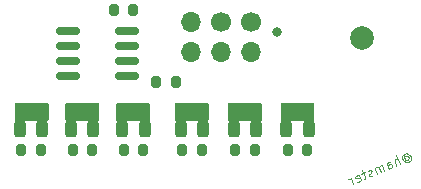
<source format=gbr>
%TF.GenerationSoftware,KiCad,Pcbnew,(6.0.5)*%
%TF.CreationDate,2022-07-13T10:20:42-06:00*%
%TF.ProjectId,modem,6d6f6465-6d2e-46b6-9963-61645f706362,rev?*%
%TF.SameCoordinates,Original*%
%TF.FileFunction,Soldermask,Bot*%
%TF.FilePolarity,Negative*%
%FSLAX46Y46*%
G04 Gerber Fmt 4.6, Leading zero omitted, Abs format (unit mm)*
G04 Created by KiCad (PCBNEW (6.0.5)) date 2022-07-13 10:20:42*
%MOMM*%
%LPD*%
G01*
G04 APERTURE LIST*
G04 Aperture macros list*
%AMRoundRect*
0 Rectangle with rounded corners*
0 $1 Rounding radius*
0 $2 $3 $4 $5 $6 $7 $8 $9 X,Y pos of 4 corners*
0 Add a 4 corners polygon primitive as box body*
4,1,4,$2,$3,$4,$5,$6,$7,$8,$9,$2,$3,0*
0 Add four circle primitives for the rounded corners*
1,1,$1+$1,$2,$3*
1,1,$1+$1,$4,$5*
1,1,$1+$1,$6,$7*
1,1,$1+$1,$8,$9*
0 Add four rect primitives between the rounded corners*
20,1,$1+$1,$2,$3,$4,$5,0*
20,1,$1+$1,$4,$5,$6,$7,0*
20,1,$1+$1,$6,$7,$8,$9,0*
20,1,$1+$1,$8,$9,$2,$3,0*%
G04 Aperture macros list end*
%ADD10C,0.120000*%
%ADD11RoundRect,0.150000X0.825000X0.150000X-0.825000X0.150000X-0.825000X-0.150000X0.825000X-0.150000X0*%
%ADD12RoundRect,0.243750X-0.243750X-0.456250X0.243750X-0.456250X0.243750X0.456250X-0.243750X0.456250X0*%
%ADD13O,1.700000X1.700000*%
%ADD14C,1.700000*%
%ADD15RoundRect,0.200000X-0.200000X-0.275000X0.200000X-0.275000X0.200000X0.275000X-0.200000X0.275000X0*%
%ADD16C,2.000000*%
%ADD17RoundRect,0.200000X0.200000X0.275000X-0.200000X0.275000X-0.200000X-0.275000X0.200000X-0.275000X0*%
%ADD18C,0.800000*%
G04 APERTURE END LIST*
D10*
X167273968Y-63771694D02*
X167294150Y-63721742D01*
X167349398Y-63656905D01*
X167419532Y-63627135D01*
X167504551Y-63632432D01*
X167554503Y-63652614D01*
X167619339Y-63707863D01*
X167649109Y-63777996D01*
X167643813Y-63863015D01*
X167623631Y-63912967D01*
X167568382Y-63977804D01*
X167498248Y-64007574D01*
X167413230Y-64002277D01*
X167363278Y-63982095D01*
X167244198Y-63701560D02*
X167363278Y-63982095D01*
X167343096Y-64032047D01*
X167308029Y-64046932D01*
X167223010Y-64041635D01*
X167158174Y-63986386D01*
X167083749Y-63811052D01*
X167109227Y-63676081D01*
X167184658Y-63561293D01*
X167310040Y-63466686D01*
X167465193Y-63442213D01*
X167600163Y-63467691D01*
X167714952Y-63543122D01*
X167809559Y-63668504D01*
X167834032Y-63823657D01*
X167808553Y-63958627D01*
X167733123Y-64073416D01*
X167607740Y-64168023D01*
X167452588Y-64192496D01*
X167317617Y-64167017D01*
X166931882Y-64330752D02*
X166619297Y-63594348D01*
X166616280Y-64464717D02*
X166452545Y-64078982D01*
X166457842Y-63993963D01*
X166513091Y-63929126D01*
X166618291Y-63884471D01*
X166703310Y-63889768D01*
X166753262Y-63909950D01*
X165950010Y-64747532D02*
X165786275Y-64361797D01*
X165791572Y-64276778D01*
X165846821Y-64211941D01*
X165987088Y-64152401D01*
X166072107Y-64157698D01*
X165935125Y-64712465D02*
X166020144Y-64717762D01*
X166195478Y-64643337D01*
X166250727Y-64578500D01*
X166256024Y-64493482D01*
X166226254Y-64423348D01*
X166161417Y-64368099D01*
X166076398Y-64362802D01*
X165901064Y-64437227D01*
X165816045Y-64431931D01*
X165599341Y-64896382D02*
X165390952Y-64405446D01*
X165420722Y-64475580D02*
X165370770Y-64455398D01*
X165285751Y-64450101D01*
X165180550Y-64494756D01*
X165125302Y-64559593D01*
X165120005Y-64644612D01*
X165283740Y-65030347D01*
X165120005Y-64644612D02*
X165055168Y-64589363D01*
X164970149Y-64584066D01*
X164864949Y-64628721D01*
X164809700Y-64693558D01*
X164804403Y-64778577D01*
X164968138Y-65164312D01*
X164637652Y-65263210D02*
X164582403Y-65328047D01*
X164442135Y-65387587D01*
X164357117Y-65382290D01*
X164292280Y-65327041D01*
X164277395Y-65291975D01*
X164282692Y-65206956D01*
X164337940Y-65142119D01*
X164443141Y-65097464D01*
X164498390Y-65032627D01*
X164503687Y-64947608D01*
X164488802Y-64912542D01*
X164423965Y-64857293D01*
X164338946Y-64851996D01*
X164233745Y-64896651D01*
X164178497Y-64961488D01*
X163918144Y-65030616D02*
X163637609Y-65149696D01*
X163708748Y-64829803D02*
X163976678Y-65461006D01*
X163971381Y-65546025D01*
X163916133Y-65610862D01*
X163845999Y-65640632D01*
X163305111Y-65828840D02*
X163390130Y-65834137D01*
X163530397Y-65774597D01*
X163585646Y-65709760D01*
X163590943Y-65624741D01*
X163471863Y-65344206D01*
X163407026Y-65288958D01*
X163322007Y-65283661D01*
X163181740Y-65343201D01*
X163126491Y-65408038D01*
X163121194Y-65493056D01*
X163150964Y-65563190D01*
X163531403Y-65484474D01*
X162969328Y-66012757D02*
X162760938Y-65521821D01*
X162820478Y-65662088D02*
X162755641Y-65606840D01*
X162705689Y-65586658D01*
X162620670Y-65581361D01*
X162550537Y-65611131D01*
D11*
%TO.C,Q1*%
X143775000Y-53045000D03*
X143775000Y-54315000D03*
X143775000Y-55585000D03*
X143775000Y-56855000D03*
X138825000Y-56855000D03*
X138825000Y-55585000D03*
X138825000Y-54315000D03*
X138825000Y-53045000D03*
%TD*%
D12*
%TO.C,D6*%
X157302500Y-61400000D03*
X159177500Y-61400000D03*
%TD*%
%TO.C,D5*%
X152852500Y-61400000D03*
X154727500Y-61400000D03*
%TD*%
%TO.C,D4*%
X148352500Y-61400000D03*
X150227500Y-61400000D03*
%TD*%
%TO.C,D3*%
X143412500Y-61400000D03*
X145287500Y-61400000D03*
%TD*%
%TO.C,D2*%
X139082500Y-61400000D03*
X140957500Y-61400000D03*
%TD*%
%TO.C,D1*%
X134742500Y-61400000D03*
X136617500Y-61400000D03*
%TD*%
D13*
%TO.C,X1*%
X154290000Y-54870000D03*
D14*
X154290000Y-52330000D03*
D13*
X151750000Y-54870000D03*
D14*
X151750000Y-52330000D03*
D13*
X149210000Y-54870000D03*
X149210000Y-52330000D03*
%TD*%
D15*
%TO.C,R2*%
X139195000Y-63180000D03*
X140845000Y-63180000D03*
%TD*%
D16*
%TO.C,TP1*%
X163700000Y-53690000D03*
%TD*%
D15*
%TO.C,R4*%
X148465000Y-63180000D03*
X150115000Y-63180000D03*
%TD*%
D17*
%TO.C,R7*%
X147925000Y-57390000D03*
X146275000Y-57390000D03*
%TD*%
D15*
%TO.C,R3*%
X143525000Y-63180000D03*
X145175000Y-63180000D03*
%TD*%
%TO.C,R5*%
X152965000Y-63180000D03*
X154615000Y-63180000D03*
%TD*%
D17*
%TO.C,R8*%
X144335000Y-51320000D03*
X142685000Y-51320000D03*
%TD*%
D15*
%TO.C,R1*%
X134855000Y-63180000D03*
X136505000Y-63180000D03*
%TD*%
%TO.C,R6*%
X157415000Y-63180000D03*
X159065000Y-63180000D03*
%TD*%
D18*
X156500000Y-53190000D03*
G36*
X159602121Y-59170002D02*
G01*
X159648614Y-59223658D01*
X159660000Y-59276000D01*
X159660000Y-60574000D01*
X159639998Y-60642121D01*
X159586342Y-60688614D01*
X159534000Y-60700000D01*
X156926000Y-60700000D01*
X156857879Y-60679998D01*
X156811386Y-60626342D01*
X156800000Y-60574000D01*
X156800000Y-59276000D01*
X156820002Y-59207879D01*
X156873658Y-59161386D01*
X156926000Y-59150000D01*
X159534000Y-59150000D01*
X159602121Y-59170002D01*
G37*
G36*
X155152121Y-59170002D02*
G01*
X155198614Y-59223658D01*
X155210000Y-59276000D01*
X155210000Y-60574000D01*
X155189998Y-60642121D01*
X155136342Y-60688614D01*
X155084000Y-60700000D01*
X152476000Y-60700000D01*
X152407879Y-60679998D01*
X152361386Y-60626342D01*
X152350000Y-60574000D01*
X152350000Y-59276000D01*
X152370002Y-59207879D01*
X152423658Y-59161386D01*
X152476000Y-59150000D01*
X155084000Y-59150000D01*
X155152121Y-59170002D01*
G37*
G36*
X150662121Y-59170002D02*
G01*
X150708614Y-59223658D01*
X150720000Y-59276000D01*
X150720000Y-60574000D01*
X150699998Y-60642121D01*
X150646342Y-60688614D01*
X150594000Y-60700000D01*
X147986000Y-60700000D01*
X147917879Y-60679998D01*
X147871386Y-60626342D01*
X147860000Y-60574000D01*
X147860000Y-59276000D01*
X147880002Y-59207879D01*
X147933658Y-59161386D01*
X147986000Y-59150000D01*
X150594000Y-59150000D01*
X150662121Y-59170002D01*
G37*
G36*
X145702121Y-59170002D02*
G01*
X145748614Y-59223658D01*
X145760000Y-59276000D01*
X145760000Y-60574000D01*
X145739998Y-60642121D01*
X145686342Y-60688614D01*
X145634000Y-60700000D01*
X143026000Y-60700000D01*
X142957879Y-60679998D01*
X142911386Y-60626342D01*
X142900000Y-60574000D01*
X142900000Y-59276000D01*
X142920002Y-59207879D01*
X142973658Y-59161386D01*
X143026000Y-59150000D01*
X145634000Y-59150000D01*
X145702121Y-59170002D01*
G37*
G36*
X141392121Y-59170002D02*
G01*
X141438614Y-59223658D01*
X141450000Y-59276000D01*
X141450000Y-60574000D01*
X141429998Y-60642121D01*
X141376342Y-60688614D01*
X141324000Y-60700000D01*
X138716000Y-60700000D01*
X138647879Y-60679998D01*
X138601386Y-60626342D01*
X138590000Y-60574000D01*
X138590000Y-59276000D01*
X138610002Y-59207879D01*
X138663658Y-59161386D01*
X138716000Y-59150000D01*
X141324000Y-59150000D01*
X141392121Y-59170002D01*
G37*
G36*
X137102121Y-59170002D02*
G01*
X137148614Y-59223658D01*
X137160000Y-59276000D01*
X137160000Y-60574000D01*
X137139998Y-60642121D01*
X137086342Y-60688614D01*
X137034000Y-60700000D01*
X134426000Y-60700000D01*
X134357879Y-60679998D01*
X134311386Y-60626342D01*
X134300000Y-60574000D01*
X134300000Y-59276000D01*
X134320002Y-59207879D01*
X134373658Y-59161386D01*
X134426000Y-59150000D01*
X137034000Y-59150000D01*
X137102121Y-59170002D01*
G37*
M02*

</source>
